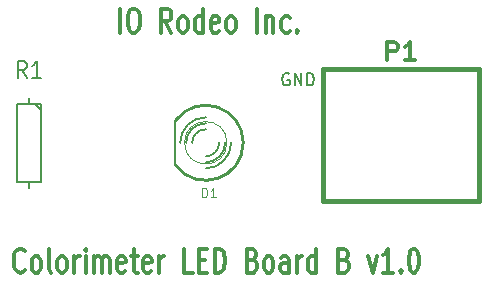
<source format=gto>
G04 (created by PCBNEW-RS274X (2011-nov-30)-testing) date Thu 03 Jan 2013 06:38:46 PM PST*
%MOIN*%
G04 Gerber Fmt 3.4, Leading zero omitted, Abs format*
%FSLAX34Y34*%
G01*
G70*
G90*
G04 APERTURE LIST*
%ADD10C,0.006*%
%ADD11C,0.0079*%
%ADD12C,0.012*%
%ADD13C,0.015*%
%ADD14C,0.008*%
%ADD15C,0.003*%
%ADD16C,0.01*%
%ADD17C,0.0035*%
G04 APERTURE END LIST*
G54D10*
G54D11*
X41676Y-22708D02*
X41639Y-22689D01*
X41582Y-22689D01*
X41526Y-22708D01*
X41489Y-22746D01*
X41470Y-22783D01*
X41451Y-22858D01*
X41451Y-22915D01*
X41470Y-22990D01*
X41489Y-23027D01*
X41526Y-23065D01*
X41582Y-23083D01*
X41620Y-23083D01*
X41676Y-23065D01*
X41695Y-23046D01*
X41695Y-22915D01*
X41620Y-22915D01*
X41864Y-23083D02*
X41864Y-22689D01*
X42089Y-23083D01*
X42089Y-22689D01*
X42277Y-23083D02*
X42277Y-22689D01*
X42371Y-22689D01*
X42427Y-22708D01*
X42464Y-22746D01*
X42483Y-22783D01*
X42502Y-22858D01*
X42502Y-22915D01*
X42483Y-22990D01*
X42464Y-23027D01*
X42427Y-23065D01*
X42371Y-23083D01*
X42277Y-23083D01*
G54D12*
X36043Y-21324D02*
X36043Y-20524D01*
X36443Y-20524D02*
X36557Y-20524D01*
X36615Y-20562D01*
X36672Y-20638D01*
X36700Y-20790D01*
X36700Y-21057D01*
X36672Y-21210D01*
X36615Y-21286D01*
X36557Y-21324D01*
X36443Y-21324D01*
X36386Y-21286D01*
X36329Y-21210D01*
X36300Y-21057D01*
X36300Y-20790D01*
X36329Y-20638D01*
X36386Y-20562D01*
X36443Y-20524D01*
X37758Y-21324D02*
X37558Y-20943D01*
X37415Y-21324D02*
X37415Y-20524D01*
X37643Y-20524D01*
X37701Y-20562D01*
X37729Y-20600D01*
X37758Y-20676D01*
X37758Y-20790D01*
X37729Y-20867D01*
X37701Y-20905D01*
X37643Y-20943D01*
X37415Y-20943D01*
X38101Y-21324D02*
X38043Y-21286D01*
X38015Y-21248D01*
X37986Y-21171D01*
X37986Y-20943D01*
X38015Y-20867D01*
X38043Y-20829D01*
X38101Y-20790D01*
X38186Y-20790D01*
X38243Y-20829D01*
X38272Y-20867D01*
X38301Y-20943D01*
X38301Y-21171D01*
X38272Y-21248D01*
X38243Y-21286D01*
X38186Y-21324D01*
X38101Y-21324D01*
X38815Y-21324D02*
X38815Y-20524D01*
X38815Y-21286D02*
X38758Y-21324D01*
X38644Y-21324D01*
X38586Y-21286D01*
X38558Y-21248D01*
X38529Y-21171D01*
X38529Y-20943D01*
X38558Y-20867D01*
X38586Y-20829D01*
X38644Y-20790D01*
X38758Y-20790D01*
X38815Y-20829D01*
X39329Y-21286D02*
X39272Y-21324D01*
X39158Y-21324D01*
X39101Y-21286D01*
X39072Y-21210D01*
X39072Y-20905D01*
X39101Y-20829D01*
X39158Y-20790D01*
X39272Y-20790D01*
X39329Y-20829D01*
X39358Y-20905D01*
X39358Y-20981D01*
X39072Y-21057D01*
X39701Y-21324D02*
X39643Y-21286D01*
X39615Y-21248D01*
X39586Y-21171D01*
X39586Y-20943D01*
X39615Y-20867D01*
X39643Y-20829D01*
X39701Y-20790D01*
X39786Y-20790D01*
X39843Y-20829D01*
X39872Y-20867D01*
X39901Y-20943D01*
X39901Y-21171D01*
X39872Y-21248D01*
X39843Y-21286D01*
X39786Y-21324D01*
X39701Y-21324D01*
X40615Y-21324D02*
X40615Y-20524D01*
X40901Y-20790D02*
X40901Y-21324D01*
X40901Y-20867D02*
X40929Y-20829D01*
X40987Y-20790D01*
X41072Y-20790D01*
X41129Y-20829D01*
X41158Y-20905D01*
X41158Y-21324D01*
X41701Y-21286D02*
X41644Y-21324D01*
X41530Y-21324D01*
X41472Y-21286D01*
X41444Y-21248D01*
X41415Y-21171D01*
X41415Y-20943D01*
X41444Y-20867D01*
X41472Y-20829D01*
X41530Y-20790D01*
X41644Y-20790D01*
X41701Y-20829D01*
X41958Y-21248D02*
X41986Y-21286D01*
X41958Y-21324D01*
X41929Y-21286D01*
X41958Y-21248D01*
X41958Y-21324D01*
X32866Y-29248D02*
X32837Y-29286D01*
X32751Y-29324D01*
X32694Y-29324D01*
X32609Y-29286D01*
X32551Y-29210D01*
X32523Y-29133D01*
X32494Y-28981D01*
X32494Y-28867D01*
X32523Y-28714D01*
X32551Y-28638D01*
X32609Y-28562D01*
X32694Y-28524D01*
X32751Y-28524D01*
X32837Y-28562D01*
X32866Y-28600D01*
X33209Y-29324D02*
X33151Y-29286D01*
X33123Y-29248D01*
X33094Y-29171D01*
X33094Y-28943D01*
X33123Y-28867D01*
X33151Y-28829D01*
X33209Y-28790D01*
X33294Y-28790D01*
X33351Y-28829D01*
X33380Y-28867D01*
X33409Y-28943D01*
X33409Y-29171D01*
X33380Y-29248D01*
X33351Y-29286D01*
X33294Y-29324D01*
X33209Y-29324D01*
X33752Y-29324D02*
X33694Y-29286D01*
X33666Y-29210D01*
X33666Y-28524D01*
X34066Y-29324D02*
X34008Y-29286D01*
X33980Y-29248D01*
X33951Y-29171D01*
X33951Y-28943D01*
X33980Y-28867D01*
X34008Y-28829D01*
X34066Y-28790D01*
X34151Y-28790D01*
X34208Y-28829D01*
X34237Y-28867D01*
X34266Y-28943D01*
X34266Y-29171D01*
X34237Y-29248D01*
X34208Y-29286D01*
X34151Y-29324D01*
X34066Y-29324D01*
X34523Y-29324D02*
X34523Y-28790D01*
X34523Y-28943D02*
X34551Y-28867D01*
X34580Y-28829D01*
X34637Y-28790D01*
X34694Y-28790D01*
X34894Y-29324D02*
X34894Y-28790D01*
X34894Y-28524D02*
X34865Y-28562D01*
X34894Y-28600D01*
X34922Y-28562D01*
X34894Y-28524D01*
X34894Y-28600D01*
X35180Y-29324D02*
X35180Y-28790D01*
X35180Y-28867D02*
X35208Y-28829D01*
X35266Y-28790D01*
X35351Y-28790D01*
X35408Y-28829D01*
X35437Y-28905D01*
X35437Y-29324D01*
X35437Y-28905D02*
X35466Y-28829D01*
X35523Y-28790D01*
X35608Y-28790D01*
X35666Y-28829D01*
X35694Y-28905D01*
X35694Y-29324D01*
X36208Y-29286D02*
X36151Y-29324D01*
X36037Y-29324D01*
X35980Y-29286D01*
X35951Y-29210D01*
X35951Y-28905D01*
X35980Y-28829D01*
X36037Y-28790D01*
X36151Y-28790D01*
X36208Y-28829D01*
X36237Y-28905D01*
X36237Y-28981D01*
X35951Y-29057D01*
X36408Y-28790D02*
X36637Y-28790D01*
X36494Y-28524D02*
X36494Y-29210D01*
X36522Y-29286D01*
X36580Y-29324D01*
X36637Y-29324D01*
X37065Y-29286D02*
X37008Y-29324D01*
X36894Y-29324D01*
X36837Y-29286D01*
X36808Y-29210D01*
X36808Y-28905D01*
X36837Y-28829D01*
X36894Y-28790D01*
X37008Y-28790D01*
X37065Y-28829D01*
X37094Y-28905D01*
X37094Y-28981D01*
X36808Y-29057D01*
X37351Y-29324D02*
X37351Y-28790D01*
X37351Y-28943D02*
X37379Y-28867D01*
X37408Y-28829D01*
X37465Y-28790D01*
X37522Y-28790D01*
X38465Y-29324D02*
X38179Y-29324D01*
X38179Y-28524D01*
X38665Y-28905D02*
X38865Y-28905D01*
X38951Y-29324D02*
X38665Y-29324D01*
X38665Y-28524D01*
X38951Y-28524D01*
X39208Y-29324D02*
X39208Y-28524D01*
X39351Y-28524D01*
X39436Y-28562D01*
X39494Y-28638D01*
X39522Y-28714D01*
X39551Y-28867D01*
X39551Y-28981D01*
X39522Y-29133D01*
X39494Y-29210D01*
X39436Y-29286D01*
X39351Y-29324D01*
X39208Y-29324D01*
X40465Y-28905D02*
X40551Y-28943D01*
X40579Y-28981D01*
X40608Y-29057D01*
X40608Y-29171D01*
X40579Y-29248D01*
X40551Y-29286D01*
X40493Y-29324D01*
X40265Y-29324D01*
X40265Y-28524D01*
X40465Y-28524D01*
X40522Y-28562D01*
X40551Y-28600D01*
X40579Y-28676D01*
X40579Y-28752D01*
X40551Y-28829D01*
X40522Y-28867D01*
X40465Y-28905D01*
X40265Y-28905D01*
X40951Y-29324D02*
X40893Y-29286D01*
X40865Y-29248D01*
X40836Y-29171D01*
X40836Y-28943D01*
X40865Y-28867D01*
X40893Y-28829D01*
X40951Y-28790D01*
X41036Y-28790D01*
X41093Y-28829D01*
X41122Y-28867D01*
X41151Y-28943D01*
X41151Y-29171D01*
X41122Y-29248D01*
X41093Y-29286D01*
X41036Y-29324D01*
X40951Y-29324D01*
X41665Y-29324D02*
X41665Y-28905D01*
X41636Y-28829D01*
X41579Y-28790D01*
X41465Y-28790D01*
X41408Y-28829D01*
X41665Y-29286D02*
X41608Y-29324D01*
X41465Y-29324D01*
X41408Y-29286D01*
X41379Y-29210D01*
X41379Y-29133D01*
X41408Y-29057D01*
X41465Y-29019D01*
X41608Y-29019D01*
X41665Y-28981D01*
X41951Y-29324D02*
X41951Y-28790D01*
X41951Y-28943D02*
X41979Y-28867D01*
X42008Y-28829D01*
X42065Y-28790D01*
X42122Y-28790D01*
X42579Y-29324D02*
X42579Y-28524D01*
X42579Y-29286D02*
X42522Y-29324D01*
X42408Y-29324D01*
X42350Y-29286D01*
X42322Y-29248D01*
X42293Y-29171D01*
X42293Y-28943D01*
X42322Y-28867D01*
X42350Y-28829D01*
X42408Y-28790D01*
X42522Y-28790D01*
X42579Y-28829D01*
X43522Y-28905D02*
X43608Y-28943D01*
X43636Y-28981D01*
X43665Y-29057D01*
X43665Y-29171D01*
X43636Y-29248D01*
X43608Y-29286D01*
X43550Y-29324D01*
X43322Y-29324D01*
X43322Y-28524D01*
X43522Y-28524D01*
X43579Y-28562D01*
X43608Y-28600D01*
X43636Y-28676D01*
X43636Y-28752D01*
X43608Y-28829D01*
X43579Y-28867D01*
X43522Y-28905D01*
X43322Y-28905D01*
X44322Y-28790D02*
X44465Y-29324D01*
X44607Y-28790D01*
X45150Y-29324D02*
X44807Y-29324D01*
X44979Y-29324D02*
X44979Y-28524D01*
X44922Y-28638D01*
X44864Y-28714D01*
X44807Y-28752D01*
X45407Y-29248D02*
X45435Y-29286D01*
X45407Y-29324D01*
X45378Y-29286D01*
X45407Y-29248D01*
X45407Y-29324D01*
X45807Y-28524D02*
X45864Y-28524D01*
X45921Y-28562D01*
X45950Y-28600D01*
X45979Y-28676D01*
X46007Y-28829D01*
X46007Y-29019D01*
X45979Y-29171D01*
X45950Y-29248D01*
X45921Y-29286D01*
X45864Y-29324D01*
X45807Y-29324D01*
X45750Y-29286D01*
X45721Y-29248D01*
X45693Y-29171D01*
X45664Y-29019D01*
X45664Y-28829D01*
X45693Y-28676D01*
X45721Y-28600D01*
X45750Y-28562D01*
X45807Y-28524D01*
G54D13*
X42800Y-26950D02*
X42800Y-22550D01*
X42800Y-22550D02*
X48000Y-22550D01*
X48000Y-22550D02*
X48000Y-26950D01*
X48000Y-26950D02*
X42800Y-26950D01*
G54D14*
X37880Y-24250D02*
X37880Y-25750D01*
G54D15*
X39607Y-25000D02*
G75*
G03X39607Y-25000I-707J0D01*
G74*
G01*
G54D16*
X37900Y-25751D02*
G75*
G03X37900Y-24249I1000J751D01*
G74*
G01*
G54D10*
X38900Y-25450D02*
G75*
G03X39350Y-25000I0J450D01*
G74*
G01*
X38900Y-24550D02*
G75*
G03X38450Y-25000I0J-450D01*
G74*
G01*
X38900Y-25650D02*
G75*
G03X39550Y-25000I0J650D01*
G74*
G01*
X38900Y-24350D02*
G75*
G03X38250Y-25000I0J-650D01*
G74*
G01*
X38900Y-25850D02*
G75*
G03X39750Y-25000I0J850D01*
G74*
G01*
X38900Y-24150D02*
G75*
G03X38050Y-25000I0J-850D01*
G74*
G01*
G54D14*
X33024Y-23500D02*
X33024Y-23700D01*
X33024Y-26500D02*
X33024Y-26300D01*
X33024Y-26300D02*
X33424Y-26300D01*
X33424Y-26300D02*
X33424Y-23700D01*
X33424Y-23700D02*
X32624Y-23700D01*
X32624Y-23700D02*
X32624Y-26300D01*
X32624Y-26300D02*
X33024Y-26300D01*
X33224Y-23700D02*
X33424Y-23900D01*
G54D12*
X44958Y-22243D02*
X44958Y-21643D01*
X45186Y-21643D01*
X45244Y-21671D01*
X45272Y-21700D01*
X45301Y-21757D01*
X45301Y-21843D01*
X45272Y-21900D01*
X45244Y-21929D01*
X45186Y-21957D01*
X44958Y-21957D01*
X45872Y-22243D02*
X45529Y-22243D01*
X45701Y-22243D02*
X45701Y-21643D01*
X45644Y-21729D01*
X45586Y-21786D01*
X45529Y-21814D01*
G54D17*
X38778Y-26806D02*
X38778Y-26506D01*
X38850Y-26506D01*
X38893Y-26521D01*
X38921Y-26549D01*
X38936Y-26578D01*
X38950Y-26635D01*
X38950Y-26678D01*
X38936Y-26735D01*
X38921Y-26764D01*
X38893Y-26792D01*
X38850Y-26806D01*
X38778Y-26806D01*
X39236Y-26806D02*
X39064Y-26806D01*
X39150Y-26806D02*
X39150Y-26506D01*
X39121Y-26549D01*
X39093Y-26578D01*
X39064Y-26592D01*
G54D14*
X32932Y-22828D02*
X32765Y-22566D01*
X32646Y-22828D02*
X32646Y-22278D01*
X32837Y-22278D01*
X32884Y-22304D01*
X32908Y-22330D01*
X32932Y-22382D01*
X32932Y-22461D01*
X32908Y-22513D01*
X32884Y-22540D01*
X32837Y-22566D01*
X32646Y-22566D01*
X33408Y-22828D02*
X33122Y-22828D01*
X33265Y-22828D02*
X33265Y-22278D01*
X33217Y-22356D01*
X33170Y-22409D01*
X33122Y-22435D01*
M02*

</source>
